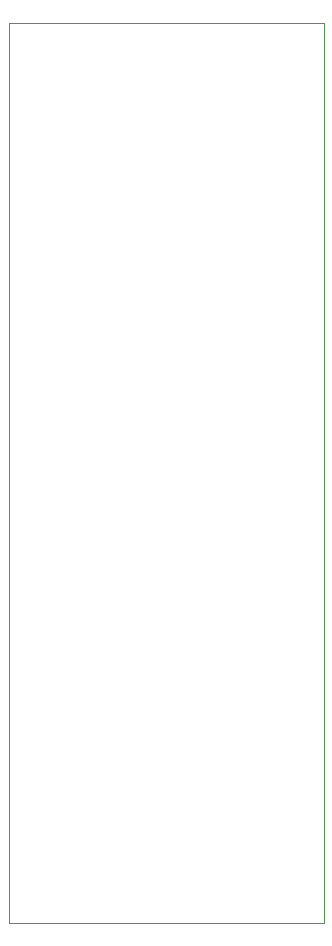
<source format=gm1>
G04 #@! TF.GenerationSoftware,KiCad,Pcbnew,(5.1.0-894-gde406e36d)*
G04 #@! TF.CreationDate,2019-06-07T17:38:47-07:00*
G04 #@! TF.ProjectId,TetheredJoy,54657468-6572-4656-944a-6f792e6b6963,n/c*
G04 #@! TF.SameCoordinates,Original*
G04 #@! TF.FileFunction,Profile,NP*
%FSLAX46Y46*%
G04 Gerber Fmt 4.6, Leading zero omitted, Abs format (unit mm)*
G04 Created by KiCad (PCBNEW (5.1.0-894-gde406e36d)) date 2019-06-07 17:38:47*
%MOMM*%
%LPD*%
G04 APERTURE LIST*
%ADD10C,0.100000*%
G04 APERTURE END LIST*
D10*
X198120000Y-34290000D02*
X224790000Y-34290000D01*
X198120000Y-110490000D02*
X198120000Y-34290000D01*
X224790000Y-110490000D02*
X198120000Y-110490000D01*
X224790000Y-34290000D02*
X224790000Y-110490000D01*
M02*

</source>
